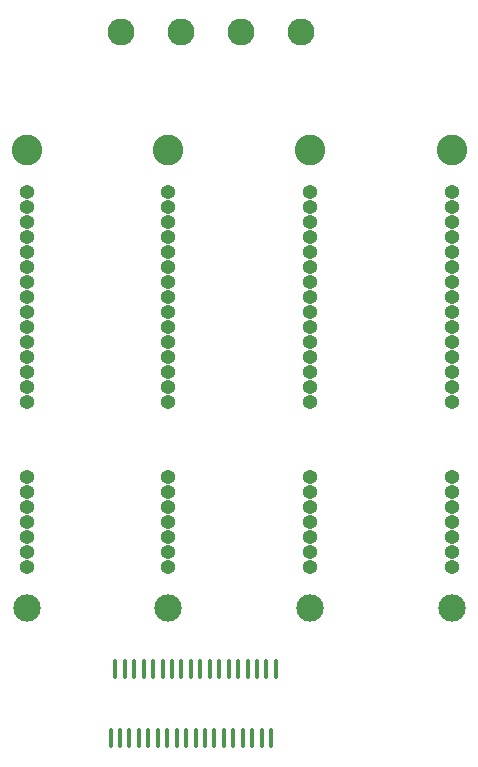
<source format=gbr>
%TF.GenerationSoftware,KiCad,Pcbnew,9.0.0-250-g02b756189b*%
%TF.CreationDate,2025-03-19T23:20:47-05:00*%
%TF.ProjectId,SSDTray,53534454-7261-4792-9e6b-696361645f70,rev?*%
%TF.SameCoordinates,Original*%
%TF.FileFunction,Soldermask,Bot*%
%TF.FilePolarity,Negative*%
%FSLAX46Y46*%
G04 Gerber Fmt 4.6, Leading zero omitted, Abs format (unit mm)*
G04 Created by KiCad (PCBNEW 9.0.0-250-g02b756189b) date 2025-03-19 23:20:47*
%MOMM*%
%LPD*%
G01*
G04 APERTURE LIST*
%ADD10C,2.311400*%
%ADD11C,2.590800*%
%ADD12O,1.270000X1.168400*%
%ADD13O,0.350000X1.800000*%
%ADD14C,2.286000*%
G04 APERTURE END LIST*
D10*
%TO.C,J2*%
X46000000Y-155289998D03*
D11*
X46000000Y-116560002D03*
D12*
X46000000Y-137830000D03*
X46000000Y-136560000D03*
X46000000Y-135290000D03*
X46000000Y-134020000D03*
X46000000Y-132750000D03*
X46000000Y-131480000D03*
X46000000Y-130210000D03*
X46000000Y-128940000D03*
X46000000Y-127670000D03*
X46000000Y-126400000D03*
X46000000Y-125130000D03*
X46000000Y-123860000D03*
X46000000Y-122590000D03*
X46000000Y-121320000D03*
X46000000Y-120050000D03*
X46000000Y-151800000D03*
X46000000Y-150530000D03*
X46000000Y-149260000D03*
X46000000Y-147990000D03*
X46000000Y-146720000D03*
X46000000Y-145450000D03*
X46000000Y-144180000D03*
%TD*%
D10*
%TO.C,J3*%
X58000000Y-155289998D03*
D11*
X58000000Y-116560002D03*
D12*
X58000000Y-137830000D03*
X58000000Y-136560000D03*
X58000000Y-135290000D03*
X58000000Y-134020000D03*
X58000000Y-132750000D03*
X58000000Y-131480000D03*
X58000000Y-130210000D03*
X58000000Y-128940000D03*
X58000000Y-127670000D03*
X58000000Y-126400000D03*
X58000000Y-125130000D03*
X58000000Y-123860000D03*
X58000000Y-122590000D03*
X58000000Y-121320000D03*
X58000000Y-120050000D03*
X58000000Y-151800000D03*
X58000000Y-150530000D03*
X58000000Y-149260000D03*
X58000000Y-147990000D03*
X58000000Y-146720000D03*
X58000000Y-145450000D03*
X58000000Y-144180000D03*
%TD*%
D10*
%TO.C,J4*%
X70000000Y-155289998D03*
D11*
X70000000Y-116560002D03*
D12*
X70000000Y-137830000D03*
X70000000Y-136560000D03*
X70000000Y-135290000D03*
X70000000Y-134020000D03*
X70000000Y-132750000D03*
X70000000Y-131480000D03*
X70000000Y-130210000D03*
X70000000Y-128940000D03*
X70000000Y-127670000D03*
X70000000Y-126400000D03*
X70000000Y-125130000D03*
X70000000Y-123860000D03*
X70000000Y-122590000D03*
X70000000Y-121320000D03*
X70000000Y-120050000D03*
X70000000Y-151800000D03*
X70000000Y-150530000D03*
X70000000Y-149260000D03*
X70000000Y-147990000D03*
X70000000Y-146720000D03*
X70000000Y-145450000D03*
X70000000Y-144180000D03*
%TD*%
D10*
%TO.C,J1*%
X34000000Y-155289998D03*
D11*
X34000000Y-116560002D03*
D12*
X34000000Y-137830000D03*
X34000000Y-136560000D03*
X34000000Y-135290000D03*
X34000000Y-134020000D03*
X34000000Y-132750000D03*
X34000000Y-131480000D03*
X34000000Y-130210000D03*
X34000000Y-128940000D03*
X34000000Y-127670000D03*
X34000000Y-126400000D03*
X34000000Y-125130000D03*
X34000000Y-123860000D03*
X34000000Y-122590000D03*
X34000000Y-121320000D03*
X34000000Y-120050000D03*
X34000000Y-151800000D03*
X34000000Y-150530000D03*
X34000000Y-149260000D03*
X34000000Y-147990000D03*
X34000000Y-146720000D03*
X34000000Y-145450000D03*
X34000000Y-144180000D03*
%TD*%
D13*
%TO.C,J5*%
X41500000Y-160500000D03*
X42300001Y-160500000D03*
X43099999Y-160500000D03*
X43900000Y-160500000D03*
X44699999Y-160500000D03*
X45500000Y-160500000D03*
X46300001Y-160500000D03*
X47099999Y-160500000D03*
X47900000Y-160500000D03*
X48699998Y-160500000D03*
X49499999Y-160500000D03*
X50300000Y-160500000D03*
X51099999Y-160500000D03*
X51900000Y-160500000D03*
X52699998Y-160500000D03*
X53499999Y-160500000D03*
X54300000Y-160500000D03*
X55099998Y-160500000D03*
X41100001Y-166320001D03*
X41899999Y-166320001D03*
X42700000Y-166320001D03*
X43500001Y-166320001D03*
X44299999Y-166320001D03*
X45100000Y-166320001D03*
X45899999Y-166320001D03*
X46700000Y-166320001D03*
X47500001Y-166320001D03*
X48299999Y-166320001D03*
X49100000Y-166320001D03*
X49899998Y-166320001D03*
X50699999Y-166320001D03*
X51499998Y-166320001D03*
X52299999Y-166320001D03*
X53100000Y-166320001D03*
X53899998Y-166320001D03*
X54699999Y-166320001D03*
%TD*%
D14*
%TO.C,U1*%
X57240000Y-106500000D03*
X52160000Y-106500000D03*
X47080000Y-106500000D03*
X42000000Y-106500000D03*
%TD*%
M02*

</source>
